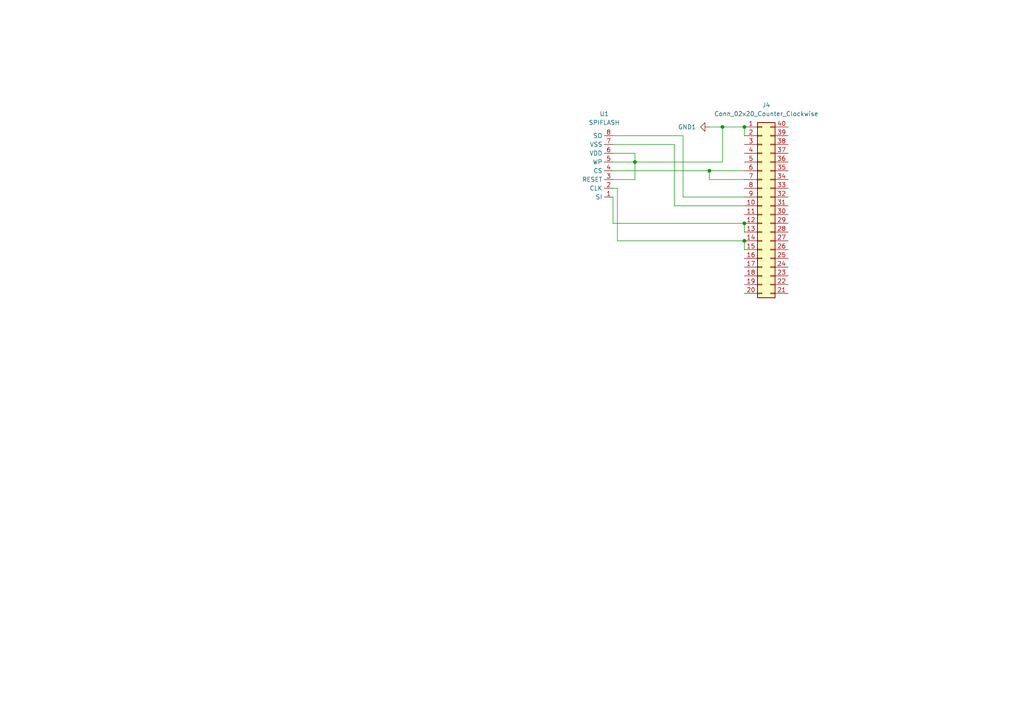
<source format=kicad_sch>
(kicad_sch (version 20211123) (generator eeschema)
  (paper "A4")
  (lib_symbols
    (symbol "Connector_Generic:Conn_02x20_Counter_Clockwise" (pin_names (offset 1.016) hide)
      (property "Reference" "J" (at 1.27 25.4 0))
      (property "Value" "Conn_02x20_Counter_Clockwise" (at 1.27 -27.94 0))
      (symbol "Conn_02x20_Counter_Clockwise_1_1"
        (rectangle (start -1.27 -25.273) (end 0 -25.527) (stroke (width 0.1524)))
        (rectangle (start -1.27 -22.733) (end 0 -22.987) (stroke (width 0.1524)))
        (rectangle (start -1.27 -20.193) (end 0 -20.447) (stroke (width 0.1524)))
        (rectangle (start -1.27 -17.653) (end 0 -17.907) (stroke (width 0.1524)))
        (rectangle (start -1.27 -15.113) (end 0 -15.367) (stroke (width 0.1524)))
        (rectangle (start -1.27 -12.573) (end 0 -12.827) (stroke (width 0.1524)))
        (rectangle (start -1.27 -10.033) (end 0 -10.287) (stroke (width 0.1524)))
        (rectangle (start -1.27 -7.493) (end 0 -7.747) (stroke (width 0.1524)))
        (rectangle (start -1.27 -4.953) (end 0 -5.207) (stroke (width 0.1524)))
        (rectangle (start -1.27 -2.413) (end 0 -2.667) (stroke (width 0.1524)))
        (rectangle (start -1.27 0.127) (end 0 -0.127) (stroke (width 0.1524)))
        (rectangle (start -1.27 2.667) (end 0 2.413) (stroke (width 0.1524)))
        (rectangle (start -1.27 5.207) (end 0 4.953) (stroke (width 0.1524)))
        (rectangle (start -1.27 7.747) (end 0 7.493) (stroke (width 0.1524)))
        (rectangle (start -1.27 10.287) (end 0 10.033) (stroke (width 0.1524)))
        (rectangle (start -1.27 12.827) (end 0 12.573) (stroke (width 0.1524)))
        (rectangle (start -1.27 15.367) (end 0 15.113) (stroke (width 0.1524)))
        (rectangle (start -1.27 17.907) (end 0 17.653) (stroke (width 0.1524)))
        (rectangle (start -1.27 20.447) (end 0 20.193) (stroke (width 0.1524)))
        (rectangle (start -1.27 22.987) (end 0 22.733) (stroke (width 0.1524)))
        (rectangle (start -1.27 24.13) (end 3.81 -26.67) (stroke (width 0.254)) (fill (type background)))
        (rectangle (start 3.81 -25.273) (end 2.54 -25.527) (stroke (width 0.1524)))
        (rectangle (start 3.81 -22.733) (end 2.54 -22.987) (stroke (width 0.1524)))
        (rectangle (start 3.81 -20.193) (end 2.54 -20.447) (stroke (width 0.1524)))
        (rectangle (start 3.81 -17.653) (end 2.54 -17.907) (stroke (width 0.1524)))
        (rectangle (start 3.81 -15.113) (end 2.54 -15.367) (stroke (width 0.1524)))
        (rectangle (start 3.81 -12.573) (end 2.54 -12.827) (stroke (width 0.1524)))
        (rectangle (start 3.81 -10.033) (end 2.54 -10.287) (stroke (width 0.1524)))
        (rectangle (start 3.81 -7.493) (end 2.54 -7.747) (stroke (width 0.1524)))
        (rectangle (start 3.81 -4.953) (end 2.54 -5.207) (stroke (width 0.1524)))
        (rectangle (start 3.81 -2.413) (end 2.54 -2.667) (stroke (width 0.1524)))
        (rectangle (start 3.81 0.127) (end 2.54 -0.127) (stroke (width 0.1524)))
        (rectangle (start 3.81 2.667) (end 2.54 2.413) (stroke (width 0.1524)))
        (rectangle (start 3.81 5.207) (end 2.54 4.953) (stroke (width 0.1524)))
        (rectangle (start 3.81 7.747) (end 2.54 7.493) (stroke (width 0.1524)))
        (rectangle (start 3.81 10.287) (end 2.54 10.033) (stroke (width 0.1524)))
        (rectangle (start 3.81 12.827) (end 2.54 12.573) (stroke (width 0.1524)))
        (rectangle (start 3.81 15.367) (end 2.54 15.113) (stroke (width 0.1524)))
        (rectangle (start 3.81 17.907) (end 2.54 17.653) (stroke (width 0.1524)))
        (rectangle (start 3.81 20.447) (end 2.54 20.193) (stroke (width 0.1524)))
        (rectangle (start 3.81 22.987) (end 2.54 22.733) (stroke (width 0.1524)))
        (pin passive line (at -5.08 22.86 0) (length 3.81) (name "Pin_1") (number "1"))
        (pin passive line (at -5.08 0 0) (length 3.81) (name "Pin_10") (number "10"))
        (pin passive line (at -5.08 -2.54 0) (length 3.81) (name "Pin_11") (number "11"))
        (pin passive line (at -5.08 -5.08 0) (length 3.81) (name "Pin_12") (number "12"))
        (pin passive line (at -5.08 -7.62 0) (length 3.81) (name "Pin_13") (number "13"))
        (pin passive line (at -5.08 -10.16 0) (length 3.81) (name "Pin_14") (number "14"))
        (pin passive line (at -5.08 -12.7 0) (length 3.81) (name "Pin_15") (number "15"))
        (pin passive line (at -5.08 -15.24 0) (length 3.81) (name "Pin_16") (number "16"))
        (pin passive line (at -5.08 -17.78 0) (length 3.81) (name "Pin_17") (number "17"))
        (pin passive line (at -5.08 -20.32 0) (length 3.81) (name "Pin_18") (number "18"))
        (pin passive line (at -5.08 -22.86 0) (length 3.81) (name "Pin_19") (number "19"))
        (pin passive line (at -5.08 20.32 0) (length 3.81) (name "Pin_2") (number "2"))
        (pin passive line (at -5.08 -25.4 0) (length 3.81) (name "Pin_20") (number "20"))
        (pin passive line (at 7.62 -25.4 180) (length 3.81) (name "Pin_21") (number "21"))
        (pin passive line (at 7.62 -22.86 180) (length 3.81) (name "Pin_22") (number "22"))
        (pin passive line (at 7.62 -20.32 180) (length 3.81) (name "Pin_23") (number "23"))
        (pin passive line (at 7.62 -17.78 180) (length 3.81) (name "Pin_24") (number "24"))
        (pin passive line (at 7.62 -15.24 180) (length 3.81) (name "Pin_25") (number "25"))
        (pin passive line (at 7.62 -12.7 180) (length 3.81) (name "Pin_26") (number "26"))
        (pin passive line (at 7.62 -10.16 180) (length 3.81) (name "Pin_27") (number "27"))
        (pin passive line (at 7.62 -7.62 180) (length 3.81) (name "Pin_28") (number "28"))
        (pin passive line (at 7.62 -5.08 180) (length 3.81) (name "Pin_29") (number "29"))
        (pin passive line (at -5.08 17.78 0) (length 3.81) (name "Pin_3") (number "3"))
        (pin passive line (at 7.62 -2.54 180) (length 3.81) (name "Pin_30") (number "30"))
        (pin passive line (at 7.62 0 180) (length 3.81) (name "Pin_31") (number "31"))
        (pin passive line (at 7.62 2.54 180) (length 3.81) (name "Pin_32") (number "32"))
        (pin passive line (at 7.62 5.08 180) (length 3.81) (name "Pin_33") (number "33"))
        (pin passive line (at 7.62 7.62 180) (length 3.81) (name "Pin_34") (number "34"))
        (pin passive line (at 7.62 10.16 180) (length 3.81) (name "Pin_35") (number "35"))
        (pin passive line (at 7.62 12.7 180) (length 3.81) (name "Pin_36") (number "36"))
        (pin passive line (at 7.62 15.24 180) (length 3.81) (name "Pin_37") (number "37"))
        (pin passive line (at 7.62 17.78 180) (length 3.81) (name "Pin_38") (number "38"))
        (pin passive line (at 7.62 20.32 180) (length 3.81) (name "Pin_39") (number "39"))
        (pin passive line (at -5.08 15.24 0) (length 3.81) (name "Pin_4") (number "4"))
        (pin passive line (at 7.62 22.86 180) (length 3.81) (name "Pin_40") (number "40"))
        (pin passive line (at -5.08 12.7 0) (length 3.81) (name "Pin_5") (number "5"))
        (pin passive line (at -5.08 10.16 0) (length 3.81) (name "Pin_6") (number "6"))
        (pin passive line (at -5.08 7.62 0) (length 3.81) (name "Pin_7") (number "7"))
        (pin passive line (at -5.08 5.08 0) (length 3.81) (name "Pin_8") (number "8"))
        (pin passive line (at -5.08 2.54 0) (length 3.81) (name "Pin_9") (number "9"))
      )
    )
    (symbol "haifisch:SPIFLASH"
      (property "Reference" "U" (at 0 0 0))
      (property "Value" "SPIFLASH" (at 0 -2.54 0))
      (symbol "SPIFLASH_1_1"
        (pin input line (at 0 21.59 0) (length 2.54) (name "SI") (number "1"))
        (pin input line (at 0 19.05 0) (length 2.54) (name "CLK") (number "2"))
        (pin input line (at 0 16.51 0) (length 2.54) (name "RESET") (number "3"))
        (pin input line (at 0 13.97 0) (length 2.54) (name "CS") (number "4"))
        (pin input line (at 0 11.43 0) (length 2.54) (name "WP") (number "5"))
        (pin input line (at 0 8.89 0) (length 2.54) (name "VDD") (number "6"))
        (pin input line (at 0 6.35 0) (length 2.54) (name "VSS") (number "7"))
        (pin input line (at 0 3.81 0) (length 2.54) (name "SO") (number "8"))
      )
    )
    (symbol "power:GND1" (power) (pin_names (offset 0))
      (property "Value" "GND1" (at 0 -3.81 0))
      (symbol "GND1_0_1"
        (polyline (pts (xy 0 0) (xy 0 -1.27) (xy 1.27 -1.27) (xy 0 -2.54) (xy -1.27 -1.27) (xy 0 -1.27)))
      )
      (symbol "GND1_1_1"
        (pin power_in line (at 0 0 270) (length 0) hide (name "GND1") (number "1"))
      )
    )
  )
  (junction (at 215.9 69.85))
  (junction (at 209.55 36.83))
  (junction (at 205.74 49.53))
  (junction (at 215.9 36.83))
  (junction (at 215.9 64.77))
  (junction (at 184.15 46.99))
  (wire (pts (xy 177.8 44.45) (xy 184.15 44.45)))
  (wire (pts (xy 184.15 46.99) (xy 184.15 52.07)))
  (wire (pts (xy 177.8 54.61) (xy 179.07 54.61)))
  (wire (pts (xy 177.8 41.91) (xy 195.58 41.91)))
  (wire (pts (xy 177.8 64.77) (xy 215.9 64.77)))
  (wire (pts (xy 205.74 52.07) (xy 205.74 49.53)))
  (wire (pts (xy 184.15 46.99) (xy 209.55 46.99)))
  (wire (pts (xy 215.9 64.77) (xy 215.9 67.31)))
  (wire (pts (xy 209.55 46.99) (xy 209.55 36.83)))
  (wire (pts (xy 177.8 49.53) (xy 205.74 49.53)))
  (wire (pts (xy 215.9 52.07) (xy 205.74 52.07)))
  (wire (pts (xy 198.12 57.15) (xy 198.12 39.37)))
  (wire (pts (xy 179.07 54.61) (xy 179.07 69.85)))
  (wire (pts (xy 195.58 41.91) (xy 195.58 59.69)))
  (wire (pts (xy 209.55 36.83) (xy 215.9 36.83)))
  (wire (pts (xy 177.8 46.99) (xy 184.15 46.99)))
  (wire (pts (xy 205.74 49.53) (xy 215.9 49.53)))
  (wire (pts (xy 215.9 57.15) (xy 198.12 57.15)))
  (wire (pts (xy 179.07 69.85) (xy 215.9 69.85)))
  (wire (pts (xy 177.8 52.07) (xy 184.15 52.07)))
  (wire (pts (xy 205.74 36.83) (xy 209.55 36.83)))
  (wire (pts (xy 195.58 59.69) (xy 215.9 59.69)))
  (wire (pts (xy 177.8 57.15) (xy 177.8 64.77)))
  (wire (pts (xy 198.12 39.37) (xy 177.8 39.37)))
  (wire (pts (xy 215.9 36.83) (xy 215.9 39.37)))
  (wire (pts (xy 184.15 44.45) (xy 184.15 46.99)))
  (wire (pts (xy 215.9 69.85) (xy 215.9 72.39)))
  (symbol (lib_id "haifisch:SPIFLASH") (at 177.8 35.56 180) (unit 1)
    (property "Reference" "U1" (at 175.26 33.02 0))
    (property "Value" "SPIFLASH" (at 175.26 35.56 0))
    (property "Footprint" "Package_SO:SOIC-8_5.275x5.275mm_P1.27mm" (effects hide))
  )
  (symbol (lib_id "power:GND1") (at 205.74 36.83 270) (unit 1)
    (property "Reference" "#PWR0109" (effects hide))
    (property "Value" "GND1" (at 201.93 36.8299 90) (effects (justify right)))
  )
  (symbol (lib_id "Connector_Generic:Conn_02x20_Counter_Clockwise") (at 220.98 59.69 0) (unit 1)
    (property "Reference" "J4" (at 222.25 30.48 0))
    (property "Value" "Conn_02x20_Counter_Clockwise" (at 222.25 33.02 0))
    (property "Footprint" "Connector_Molex:Molex_SlimStack_502430-4010_2x20_P0.40mm_Vertical" (effects hide))
  )
)
</source>
